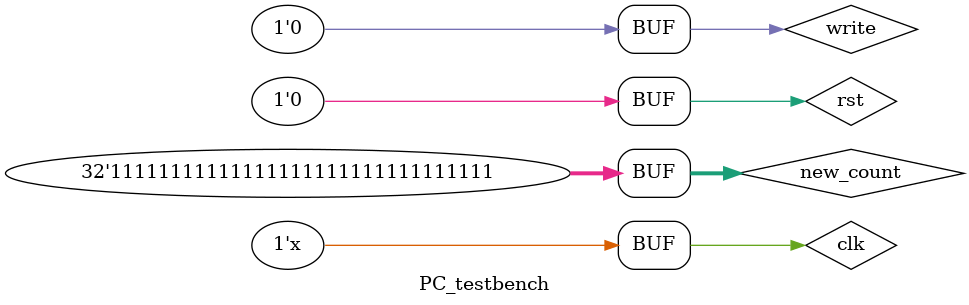
<source format=v>
`timescale 1ns / 1ps


module PC_testbench();
reg clk, write, rst;
reg [31:0] new_count; 
wire[31:0] addr;
wire pc_update;

programcounter dut(
.clk(clk),
.write(write),
.rst(rst),
.new_count(new_count),
.pc_update(pc_update),
.addr(addr)
);

initial begin
clk = 0;
rst = 1;
write = 0;
new_count = 32'h00000000;
end

always #5 clk = ~clk;

initial begin
#15 
rst = 0;
#5;
write = 1;
#20 new_count = 32'hffffffff;
#10 write = 0;
end






endmodule

</source>
